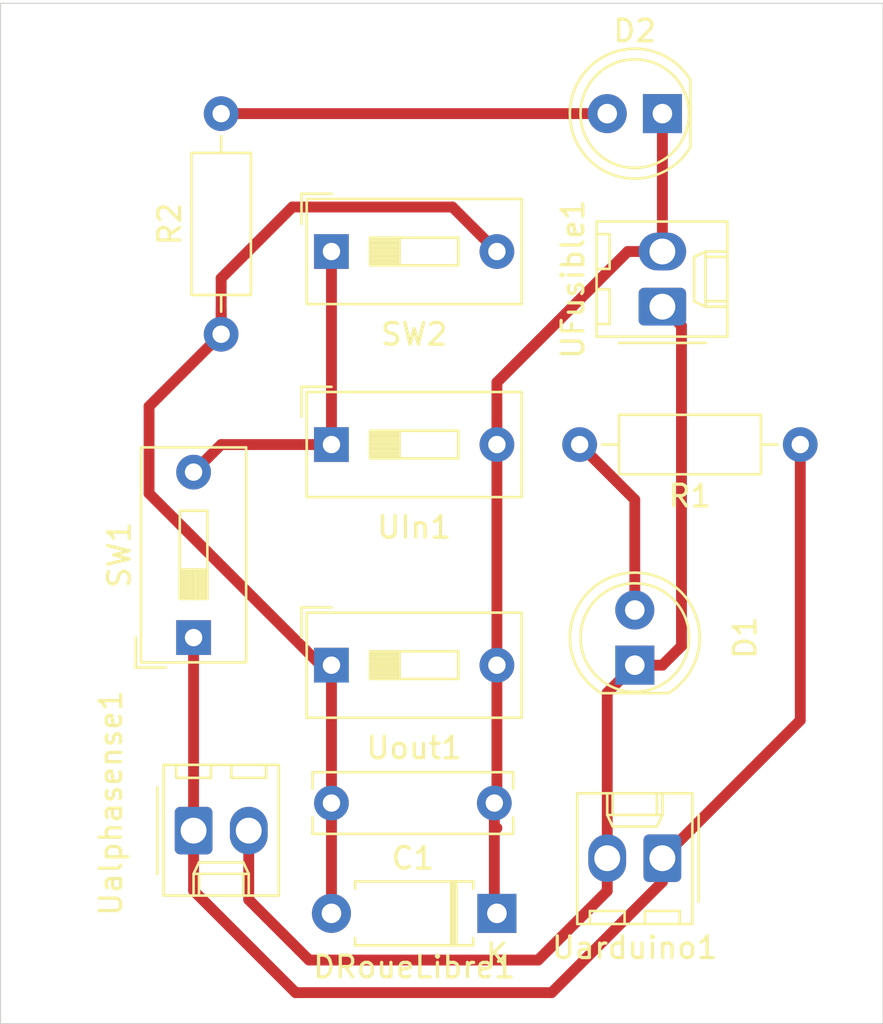
<source format=kicad_pcb>
(kicad_pcb (version 20171130) (host pcbnew "(5.1.10)-1")

  (general
    (thickness 1.6)
    (drawings 6)
    (tracks 51)
    (zones 0)
    (modules 17)
    (nets 8)
  )

  (page A4)
  (layers
    (0 F.Cu signal)
    (31 B.Cu signal)
    (32 B.Adhes user hide)
    (33 F.Adhes user hide)
    (34 B.Paste user hide)
    (35 F.Paste user hide)
    (36 B.SilkS user hide)
    (37 F.SilkS user)
    (38 B.Mask user hide)
    (39 F.Mask user hide)
    (40 Dwgs.User user hide)
    (41 Cmts.User user hide)
    (42 Eco1.User user hide)
    (43 Eco2.User user hide)
    (44 Edge.Cuts user)
    (45 Margin user hide)
    (46 B.CrtYd user hide)
    (47 F.CrtYd user hide)
    (48 B.Fab user hide)
    (49 F.Fab user hide)
  )

  (setup
    (last_trace_width 0.5)
    (trace_clearance 1)
    (zone_clearance 0.508)
    (zone_45_only no)
    (trace_min 0.2)
    (via_size 1)
    (via_drill 0.4)
    (via_min_size 0.4)
    (via_min_drill 0.3)
    (uvia_size 0.3)
    (uvia_drill 0.1)
    (uvias_allowed no)
    (uvia_min_size 0.2)
    (uvia_min_drill 0.1)
    (edge_width 0.05)
    (segment_width 0.2)
    (pcb_text_width 0.3)
    (pcb_text_size 1.5 1.5)
    (mod_edge_width 0.12)
    (mod_text_size 1 1)
    (mod_text_width 0.15)
    (pad_size 1.524 1.524)
    (pad_drill 0.762)
    (pad_to_mask_clearance 0)
    (aux_axis_origin 82.55 133.35)
    (grid_origin 82.55 133.35)
    (visible_elements 7FFFFFFF)
    (pcbplotparams
      (layerselection 0x010f0_ffffffff)
      (usegerberextensions true)
      (usegerberattributes true)
      (usegerberadvancedattributes true)
      (creategerberjobfile true)
      (excludeedgelayer true)
      (linewidth 0.100000)
      (plotframeref false)
      (viasonmask false)
      (mode 1)
      (useauxorigin false)
      (hpglpennumber 1)
      (hpglpenspeed 20)
      (hpglpendiameter 15.000000)
      (psnegative false)
      (psa4output false)
      (plotreference true)
      (plotvalue true)
      (plotinvisibletext false)
      (padsonsilk false)
      (subtractmaskfromsilk false)
      (outputformat 4)
      (mirror false)
      (drillshape 0)
      (scaleselection 1)
      (outputdirectory "pdf"))
  )

  (net 0 "")
  (net 1 "Net-(C1-Pad1)")
  (net 2 "Net-(C1-Pad2)")
  (net 3 "Net-(D1-Pad2)")
  (net 4 "Net-(D1-Pad1)")
  (net 5 "Net-(D2-Pad2)")
  (net 6 "Net-(R1-Pad1)")
  (net 7 "Net-(SW1-Pad2)")

  (net_class Default "This is the default net class."
    (clearance 1)
    (trace_width 0.5)
    (via_dia 1)
    (via_drill 0.4)
    (uvia_dia 0.3)
    (uvia_drill 0.1)
    (add_net "Net-(C1-Pad1)")
    (add_net "Net-(C1-Pad2)")
    (add_net "Net-(D1-Pad1)")
    (add_net "Net-(D1-Pad2)")
    (add_net "Net-(D2-Pad2)")
    (add_net "Net-(R1-Pad1)")
    (add_net "Net-(SW1-Pad2)")
  )

  (module MountingHole:MountingHole_2.7mm_M2.5 (layer F.Cu) (tedit 56D1B4CB) (tstamp 60E47128)
    (at 86.36 125.73)
    (descr "Mounting Hole 2.7mm, no annular, M2.5")
    (tags "mounting hole 2.7mm no annular m2.5")
    (attr virtual)
    (fp_text reference "" (at 0 -3.7) (layer F.SilkS)
      (effects (font (size 1 1) (thickness 0.15)))
    )
    (fp_text value MountingHole_2.7mm_M2.5 (at 0 3.7) (layer F.Fab)
      (effects (font (size 1 1) (thickness 0.15)))
    )
    (fp_text user %R (at 0.3 0) (layer F.Fab)
      (effects (font (size 1 1) (thickness 0.15)))
    )
    (fp_circle (center 0 0) (end 2.7 0) (layer Cmts.User) (width 0.15))
    (fp_circle (center 0 0) (end 2.95 0) (layer F.CrtYd) (width 0.05))
    (pad 1 np_thru_hole circle (at 0 0) (size 2.7 2.7) (drill 2.7) (layers *.Cu *.Mask))
  )

  (module MountingHole:MountingHole_2.7mm_M2.5 (layer F.Cu) (tedit 56D1B4CB) (tstamp 60E47104)
    (at 86.36 86.36)
    (descr "Mounting Hole 2.7mm, no annular, M2.5")
    (tags "mounting hole 2.7mm no annular m2.5")
    (attr virtual)
    (fp_text reference "" (at 0 -3.7) (layer F.SilkS)
      (effects (font (size 1 1) (thickness 0.15)))
    )
    (fp_text value MountingHole_2.7mm_M2.5 (at 0 3.7) (layer F.Fab)
      (effects (font (size 1 1) (thickness 0.15)))
    )
    (fp_text user %R (at 0.3 0) (layer F.Fab)
      (effects (font (size 1 1) (thickness 0.15)))
    )
    (fp_circle (center 0 0) (end 2.7 0) (layer Cmts.User) (width 0.15))
    (fp_circle (center 0 0) (end 2.95 0) (layer F.CrtYd) (width 0.05))
    (pad 1 np_thru_hole circle (at 0 0) (size 2.7 2.7) (drill 2.7) (layers *.Cu *.Mask))
  )

  (module MountingHole:MountingHole_2.7mm_M2.5 (layer F.Cu) (tedit 56D1B4CB) (tstamp 60E470B4)
    (at 119.38 125.73)
    (descr "Mounting Hole 2.7mm, no annular, M2.5")
    (tags "mounting hole 2.7mm no annular m2.5")
    (attr virtual)
    (fp_text reference "" (at 0 -3.7) (layer F.SilkS)
      (effects (font (size 1 1) (thickness 0.15)))
    )
    (fp_text value MountingHole_2.7mm_M2.5 (at 0 3.7) (layer F.Fab)
      (effects (font (size 1 1) (thickness 0.15)))
    )
    (fp_text user %R (at 0.3 0) (layer F.Fab)
      (effects (font (size 1 1) (thickness 0.15)))
    )
    (fp_circle (center 0 0) (end 2.7 0) (layer Cmts.User) (width 0.15))
    (fp_circle (center 0 0) (end 2.95 0) (layer F.CrtYd) (width 0.05))
    (pad 1 np_thru_hole circle (at 0 0) (size 2.7 2.7) (drill 2.7) (layers *.Cu *.Mask))
  )

  (module MountingHole:MountingHole_2.7mm_M2.5 (layer F.Cu) (tedit 56D1B4CB) (tstamp 60E47090)
    (at 119.38 86.36)
    (descr "Mounting Hole 2.7mm, no annular, M2.5")
    (tags "mounting hole 2.7mm no annular m2.5")
    (attr virtual)
    (fp_text reference "" (at 0 -3.7) (layer F.SilkS)
      (effects (font (size 1 1) (thickness 0.15)))
    )
    (fp_text value MountingHole_2.7mm_M2.5 (at 0 3.7) (layer F.Fab)
      (effects (font (size 1 1) (thickness 0.15)))
    )
    (fp_text user %R (at 0.3 0) (layer F.Fab)
      (effects (font (size 1 1) (thickness 0.15)))
    )
    (fp_circle (center 0 0) (end 2.7 0) (layer Cmts.User) (width 0.15))
    (fp_circle (center 0 0) (end 2.95 0) (layer F.CrtYd) (width 0.05))
    (pad 1 np_thru_hole circle (at 0 0) (size 2.7 2.7) (drill 2.7) (layers *.Cu *.Mask))
  )

  (module Button_Switch_THT:SW_DIP_SPSTx01_Slide_9.78x4.72mm_W7.62mm_P2.54mm (layer F.Cu) (tedit 5A4E1404) (tstamp 60E49696)
    (at 91.44 111.76 90)
    (descr "1x-dip-switch SPST , Slide, row spacing 7.62 mm (300 mils), body size 9.78x4.72mm (see e.g. https://www.ctscorp.com/wp-content/uploads/206-208.pdf)")
    (tags "DIP Switch SPST Slide 7.62mm 300mil")
    (path /60E42BF5)
    (fp_text reference SW1 (at 3.81 -3.42 90) (layer F.SilkS)
      (effects (font (size 1 1) (thickness 0.15)))
    )
    (fp_text value SW_DIP_x01 (at 3.81 3.42 90) (layer F.Fab)
      (effects (font (size 1 1) (thickness 0.15)))
    )
    (fp_line (start -0.08 -2.36) (end 8.7 -2.36) (layer F.Fab) (width 0.1))
    (fp_line (start 8.7 -2.36) (end 8.7 2.36) (layer F.Fab) (width 0.1))
    (fp_line (start 8.7 2.36) (end -1.08 2.36) (layer F.Fab) (width 0.1))
    (fp_line (start -1.08 2.36) (end -1.08 -1.36) (layer F.Fab) (width 0.1))
    (fp_line (start -1.08 -1.36) (end -0.08 -2.36) (layer F.Fab) (width 0.1))
    (fp_line (start 1.78 -0.635) (end 1.78 0.635) (layer F.Fab) (width 0.1))
    (fp_line (start 1.78 0.635) (end 5.84 0.635) (layer F.Fab) (width 0.1))
    (fp_line (start 5.84 0.635) (end 5.84 -0.635) (layer F.Fab) (width 0.1))
    (fp_line (start 5.84 -0.635) (end 1.78 -0.635) (layer F.Fab) (width 0.1))
    (fp_line (start 1.78 -0.535) (end 3.133333 -0.535) (layer F.Fab) (width 0.1))
    (fp_line (start 1.78 -0.435) (end 3.133333 -0.435) (layer F.Fab) (width 0.1))
    (fp_line (start 1.78 -0.335) (end 3.133333 -0.335) (layer F.Fab) (width 0.1))
    (fp_line (start 1.78 -0.235) (end 3.133333 -0.235) (layer F.Fab) (width 0.1))
    (fp_line (start 1.78 -0.135) (end 3.133333 -0.135) (layer F.Fab) (width 0.1))
    (fp_line (start 1.78 -0.035) (end 3.133333 -0.035) (layer F.Fab) (width 0.1))
    (fp_line (start 1.78 0.065) (end 3.133333 0.065) (layer F.Fab) (width 0.1))
    (fp_line (start 1.78 0.165) (end 3.133333 0.165) (layer F.Fab) (width 0.1))
    (fp_line (start 1.78 0.265) (end 3.133333 0.265) (layer F.Fab) (width 0.1))
    (fp_line (start 1.78 0.365) (end 3.133333 0.365) (layer F.Fab) (width 0.1))
    (fp_line (start 1.78 0.465) (end 3.133333 0.465) (layer F.Fab) (width 0.1))
    (fp_line (start 1.78 0.565) (end 3.133333 0.565) (layer F.Fab) (width 0.1))
    (fp_line (start 3.133333 -0.635) (end 3.133333 0.635) (layer F.Fab) (width 0.1))
    (fp_line (start -1.14 -2.42) (end 8.76 -2.42) (layer F.SilkS) (width 0.12))
    (fp_line (start -1.14 2.42) (end 8.76 2.42) (layer F.SilkS) (width 0.12))
    (fp_line (start -1.14 -2.42) (end -1.14 2.42) (layer F.SilkS) (width 0.12))
    (fp_line (start 8.76 -2.42) (end 8.76 2.42) (layer F.SilkS) (width 0.12))
    (fp_line (start -1.38 -2.66) (end 0.004 -2.66) (layer F.SilkS) (width 0.12))
    (fp_line (start -1.38 -2.66) (end -1.38 -1.277) (layer F.SilkS) (width 0.12))
    (fp_line (start 1.78 -0.635) (end 1.78 0.635) (layer F.SilkS) (width 0.12))
    (fp_line (start 1.78 0.635) (end 5.84 0.635) (layer F.SilkS) (width 0.12))
    (fp_line (start 5.84 0.635) (end 5.84 -0.635) (layer F.SilkS) (width 0.12))
    (fp_line (start 5.84 -0.635) (end 1.78 -0.635) (layer F.SilkS) (width 0.12))
    (fp_line (start 1.78 -0.515) (end 3.133333 -0.515) (layer F.SilkS) (width 0.12))
    (fp_line (start 1.78 -0.395) (end 3.133333 -0.395) (layer F.SilkS) (width 0.12))
    (fp_line (start 1.78 -0.275) (end 3.133333 -0.275) (layer F.SilkS) (width 0.12))
    (fp_line (start 1.78 -0.155) (end 3.133333 -0.155) (layer F.SilkS) (width 0.12))
    (fp_line (start 1.78 -0.035) (end 3.133333 -0.035) (layer F.SilkS) (width 0.12))
    (fp_line (start 1.78 0.085) (end 3.133333 0.085) (layer F.SilkS) (width 0.12))
    (fp_line (start 1.78 0.205) (end 3.133333 0.205) (layer F.SilkS) (width 0.12))
    (fp_line (start 1.78 0.325) (end 3.133333 0.325) (layer F.SilkS) (width 0.12))
    (fp_line (start 1.78 0.445) (end 3.133333 0.445) (layer F.SilkS) (width 0.12))
    (fp_line (start 1.78 0.565) (end 3.133333 0.565) (layer F.SilkS) (width 0.12))
    (fp_line (start 3.133333 -0.635) (end 3.133333 0.635) (layer F.SilkS) (width 0.12))
    (fp_line (start -1.35 -2.7) (end -1.35 2.7) (layer F.CrtYd) (width 0.05))
    (fp_line (start -1.35 2.7) (end 8.95 2.7) (layer F.CrtYd) (width 0.05))
    (fp_line (start 8.95 2.7) (end 8.95 -2.7) (layer F.CrtYd) (width 0.05))
    (fp_line (start 8.95 -2.7) (end -1.35 -2.7) (layer F.CrtYd) (width 0.05))
    (fp_text user %R (at 7.27 0) (layer F.Fab)
      (effects (font (size 0.6 0.6) (thickness 0.09)))
    )
    (fp_text user on (at 5.365 -1.4975 90) (layer F.Fab)
      (effects (font (size 0.6 0.6) (thickness 0.09)))
    )
    (pad 1 thru_hole rect (at 0 0 90) (size 1.6 1.6) (drill 0.8) (layers *.Cu *.Mask)
      (net 6 "Net-(R1-Pad1)"))
    (pad 2 thru_hole oval (at 7.62 0 90) (size 1.6 1.6) (drill 0.8) (layers *.Cu *.Mask)
      (net 7 "Net-(SW1-Pad2)"))
    (model ${KISYS3DMOD}/Button_Switch_THT.3dshapes/SW_DIP_SPSTx01_Slide_9.78x4.72mm_W7.62mm_P2.54mm.wrl
      (at (xyz 0 0 0))
      (scale (xyz 1 1 1))
      (rotate (xyz 0 0 90))
    )
  )

  (module LED_THT:LED_D5.0mm_IRGrey (layer F.Cu) (tedit 5A6C9BB8) (tstamp 60E49600)
    (at 111.76 113.03 90)
    (descr "LED, diameter 5.0mm, 2 pins, http://cdn-reichelt.de/documents/datenblatt/A500/LL-504BC2E-009.pdf")
    (tags "LED diameter 5.0mm 2 pins")
    (path /60E44EF6)
    (fp_text reference D1 (at 1.27 5.08 90) (layer F.SilkS)
      (effects (font (size 1 1) (thickness 0.15)))
    )
    (fp_text value LED (at 1.27 3.96 90) (layer F.Fab)
      (effects (font (size 1 1) (thickness 0.15)))
    )
    (fp_circle (center 1.27 0) (end 3.77 0) (layer F.SilkS) (width 0.12))
    (fp_circle (center 1.27 0) (end 3.77 0) (layer F.Fab) (width 0.1))
    (fp_line (start 4.5 -3.25) (end -1.95 -3.25) (layer F.CrtYd) (width 0.05))
    (fp_line (start 4.5 3.25) (end 4.5 -3.25) (layer F.CrtYd) (width 0.05))
    (fp_line (start -1.95 3.25) (end 4.5 3.25) (layer F.CrtYd) (width 0.05))
    (fp_line (start -1.95 -3.25) (end -1.95 3.25) (layer F.CrtYd) (width 0.05))
    (fp_line (start -1.29 -1.545) (end -1.29 1.545) (layer F.SilkS) (width 0.12))
    (fp_line (start -1.23 -1.469694) (end -1.23 1.469694) (layer F.Fab) (width 0.1))
    (fp_arc (start 1.27 0) (end -1.29 1.54483) (angle -148.9) (layer F.SilkS) (width 0.12))
    (fp_arc (start 1.27 0) (end -1.29 -1.54483) (angle 148.9) (layer F.SilkS) (width 0.12))
    (fp_arc (start 1.27 0) (end -1.23 -1.469694) (angle 299.1) (layer F.Fab) (width 0.1))
    (fp_text user %R (at 1.25 0 90) (layer F.Fab)
      (effects (font (size 0.8 0.8) (thickness 0.2)))
    )
    (pad 2 thru_hole circle (at 2.54 0 90) (size 1.8 1.8) (drill 0.9) (layers *.Cu *.Mask)
      (net 3 "Net-(D1-Pad2)"))
    (pad 1 thru_hole rect (at 0 0 90) (size 1.8 1.8) (drill 0.9) (layers *.Cu *.Mask)
      (net 4 "Net-(D1-Pad1)"))
    (model ${KISYS3DMOD}/LED_THT.3dshapes/LED_D5.0mm_IRGrey.wrl
      (at (xyz 0 0 0))
      (scale (xyz 1 1 1))
      (rotate (xyz 0 0 0))
    )
  )

  (module Capacitor_THT:C_Rect_L9.0mm_W2.6mm_P7.50mm_MKT (layer F.Cu) (tedit 5AE50EF0) (tstamp 60E495EE)
    (at 97.79 119.38)
    (descr "C, Rect series, Radial, pin pitch=7.50mm, , length*width=9*2.6mm^2, Capacitor, https://en.tdk.eu/inf/20/20/db/fc_2009/MKT_B32560_564.pdf")
    (tags "C Rect series Radial pin pitch 7.50mm  length 9mm width 2.6mm Capacitor")
    (path /60E4E535)
    (fp_text reference C1 (at 3.75 2.54) (layer F.SilkS)
      (effects (font (size 1 1) (thickness 0.15)))
    )
    (fp_text value 100n (at 3.75 2.55) (layer F.Fab)
      (effects (font (size 1 1) (thickness 0.15)))
    )
    (fp_line (start -0.75 -1.3) (end -0.75 1.3) (layer F.Fab) (width 0.1))
    (fp_line (start -0.75 1.3) (end 8.25 1.3) (layer F.Fab) (width 0.1))
    (fp_line (start 8.25 1.3) (end 8.25 -1.3) (layer F.Fab) (width 0.1))
    (fp_line (start 8.25 -1.3) (end -0.75 -1.3) (layer F.Fab) (width 0.1))
    (fp_line (start -0.87 -1.42) (end 8.37 -1.42) (layer F.SilkS) (width 0.12))
    (fp_line (start -0.87 1.42) (end 8.37 1.42) (layer F.SilkS) (width 0.12))
    (fp_line (start -0.87 -1.42) (end -0.87 -0.665) (layer F.SilkS) (width 0.12))
    (fp_line (start -0.87 0.665) (end -0.87 1.42) (layer F.SilkS) (width 0.12))
    (fp_line (start 8.37 -1.42) (end 8.37 -0.665) (layer F.SilkS) (width 0.12))
    (fp_line (start 8.37 0.665) (end 8.37 1.42) (layer F.SilkS) (width 0.12))
    (fp_line (start -1.05 -1.55) (end -1.05 1.55) (layer F.CrtYd) (width 0.05))
    (fp_line (start -1.05 1.55) (end 8.55 1.55) (layer F.CrtYd) (width 0.05))
    (fp_line (start 8.55 1.55) (end 8.55 -1.55) (layer F.CrtYd) (width 0.05))
    (fp_line (start 8.55 -1.55) (end -1.05 -1.55) (layer F.CrtYd) (width 0.05))
    (fp_text user %R (at 3.75 0.284999) (layer F.Fab)
      (effects (font (size 1 1) (thickness 0.15)))
    )
    (pad 1 thru_hole circle (at 0 0) (size 1.6 1.6) (drill 0.8) (layers *.Cu *.Mask)
      (net 1 "Net-(C1-Pad1)"))
    (pad 2 thru_hole circle (at 7.5 0) (size 1.6 1.6) (drill 0.8) (layers *.Cu *.Mask)
      (net 2 "Net-(C1-Pad2)"))
    (model ${KISYS3DMOD}/Capacitor_THT.3dshapes/C_Rect_L9.0mm_W2.6mm_P7.50mm_MKT.wrl
      (at (xyz 0 0 0))
      (scale (xyz 1 1 1))
      (rotate (xyz 0 0 0))
    )
  )

  (module LED_THT:LED_D5.0mm_IRGrey (layer F.Cu) (tedit 5A6C9BB8) (tstamp 60E49612)
    (at 113.03 87.63 180)
    (descr "LED, diameter 5.0mm, 2 pins, http://cdn-reichelt.de/documents/datenblatt/A500/LL-504BC2E-009.pdf")
    (tags "LED diameter 5.0mm 2 pins")
    (path /60E448EE)
    (fp_text reference D2 (at 1.27 3.81) (layer F.SilkS)
      (effects (font (size 1 1) (thickness 0.15)))
    )
    (fp_text value LED (at 1.27 3.96) (layer F.Fab)
      (effects (font (size 1 1) (thickness 0.15)))
    )
    (fp_line (start -1.23 -1.469694) (end -1.23 1.469694) (layer F.Fab) (width 0.1))
    (fp_line (start -1.29 -1.545) (end -1.29 1.545) (layer F.SilkS) (width 0.12))
    (fp_line (start -1.95 -3.25) (end -1.95 3.25) (layer F.CrtYd) (width 0.05))
    (fp_line (start -1.95 3.25) (end 4.5 3.25) (layer F.CrtYd) (width 0.05))
    (fp_line (start 4.5 3.25) (end 4.5 -3.25) (layer F.CrtYd) (width 0.05))
    (fp_line (start 4.5 -3.25) (end -1.95 -3.25) (layer F.CrtYd) (width 0.05))
    (fp_circle (center 1.27 0) (end 3.77 0) (layer F.Fab) (width 0.1))
    (fp_circle (center 1.27 0) (end 3.77 0) (layer F.SilkS) (width 0.12))
    (fp_text user %R (at 1.25 0) (layer F.Fab)
      (effects (font (size 0.8 0.8) (thickness 0.2)))
    )
    (fp_arc (start 1.27 0) (end -1.23 -1.469694) (angle 299.1) (layer F.Fab) (width 0.1))
    (fp_arc (start 1.27 0) (end -1.29 -1.54483) (angle 148.9) (layer F.SilkS) (width 0.12))
    (fp_arc (start 1.27 0) (end -1.29 1.54483) (angle -148.9) (layer F.SilkS) (width 0.12))
    (pad 1 thru_hole rect (at 0 0 180) (size 1.8 1.8) (drill 0.9) (layers *.Cu *.Mask)
      (net 2 "Net-(C1-Pad2)"))
    (pad 2 thru_hole circle (at 2.54 0 180) (size 1.8 1.8) (drill 0.9) (layers *.Cu *.Mask)
      (net 5 "Net-(D2-Pad2)"))
    (model ${KISYS3DMOD}/LED_THT.3dshapes/LED_D5.0mm_IRGrey.wrl
      (at (xyz 0 0 0))
      (scale (xyz 1 1 1))
      (rotate (xyz 0 0 0))
    )
  )

  (module Diode_THT:D_A-405_P7.62mm_Horizontal (layer F.Cu) (tedit 5AE50CD5) (tstamp 60E49631)
    (at 105.41 124.46 180)
    (descr "Diode, A-405 series, Axial, Horizontal, pin pitch=7.62mm, , length*diameter=5.2*2.7mm^2, , http://www.diodes.com/_files/packages/A-405.pdf")
    (tags "Diode A-405 series Axial Horizontal pin pitch 7.62mm  length 5.2mm diameter 2.7mm")
    (path /60E4D7B0)
    (fp_text reference DRoueLibre1 (at 3.81 -2.47) (layer F.SilkS)
      (effects (font (size 1 1) (thickness 0.15)))
    )
    (fp_text value DIODE (at 3.81 2.47) (layer F.Fab)
      (effects (font (size 1 1) (thickness 0.15)))
    )
    (fp_line (start 1.21 -1.35) (end 1.21 1.35) (layer F.Fab) (width 0.1))
    (fp_line (start 1.21 1.35) (end 6.41 1.35) (layer F.Fab) (width 0.1))
    (fp_line (start 6.41 1.35) (end 6.41 -1.35) (layer F.Fab) (width 0.1))
    (fp_line (start 6.41 -1.35) (end 1.21 -1.35) (layer F.Fab) (width 0.1))
    (fp_line (start 0 0) (end 1.21 0) (layer F.Fab) (width 0.1))
    (fp_line (start 7.62 0) (end 6.41 0) (layer F.Fab) (width 0.1))
    (fp_line (start 1.99 -1.35) (end 1.99 1.35) (layer F.Fab) (width 0.1))
    (fp_line (start 2.09 -1.35) (end 2.09 1.35) (layer F.Fab) (width 0.1))
    (fp_line (start 1.89 -1.35) (end 1.89 1.35) (layer F.Fab) (width 0.1))
    (fp_line (start 1.09 -1.14) (end 1.09 -1.47) (layer F.SilkS) (width 0.12))
    (fp_line (start 1.09 -1.47) (end 6.53 -1.47) (layer F.SilkS) (width 0.12))
    (fp_line (start 6.53 -1.47) (end 6.53 -1.14) (layer F.SilkS) (width 0.12))
    (fp_line (start 1.09 1.14) (end 1.09 1.47) (layer F.SilkS) (width 0.12))
    (fp_line (start 1.09 1.47) (end 6.53 1.47) (layer F.SilkS) (width 0.12))
    (fp_line (start 6.53 1.47) (end 6.53 1.14) (layer F.SilkS) (width 0.12))
    (fp_line (start 1.99 -1.47) (end 1.99 1.47) (layer F.SilkS) (width 0.12))
    (fp_line (start 2.11 -1.47) (end 2.11 1.47) (layer F.SilkS) (width 0.12))
    (fp_line (start 1.87 -1.47) (end 1.87 1.47) (layer F.SilkS) (width 0.12))
    (fp_line (start -1.15 -1.6) (end -1.15 1.6) (layer F.CrtYd) (width 0.05))
    (fp_line (start -1.15 1.6) (end 8.77 1.6) (layer F.CrtYd) (width 0.05))
    (fp_line (start 8.77 1.6) (end 8.77 -1.6) (layer F.CrtYd) (width 0.05))
    (fp_line (start 8.77 -1.6) (end -1.15 -1.6) (layer F.CrtYd) (width 0.05))
    (fp_text user %R (at 3.81 0) (layer F.Fab)
      (effects (font (size 1 1) (thickness 0.15)))
    )
    (fp_text user K (at 0 -1.9) (layer F.Fab)
      (effects (font (size 1 1) (thickness 0.15)))
    )
    (fp_text user K (at 0 -1.9) (layer F.SilkS)
      (effects (font (size 1 1) (thickness 0.15)))
    )
    (pad 1 thru_hole rect (at 0 0 180) (size 1.8 1.8) (drill 0.9) (layers *.Cu *.Mask)
      (net 2 "Net-(C1-Pad2)"))
    (pad 2 thru_hole oval (at 7.62 0 180) (size 1.8 1.8) (drill 0.9) (layers *.Cu *.Mask)
      (net 1 "Net-(C1-Pad1)"))
    (model ${KISYS3DMOD}/Diode_THT.3dshapes/D_A-405_P7.62mm_Horizontal.wrl
      (at (xyz 0 0 0))
      (scale (xyz 1 1 1))
      (rotate (xyz 0 0 0))
    )
  )

  (module Resistor_THT:R_Axial_DIN0207_L6.3mm_D2.5mm_P10.16mm_Horizontal (layer F.Cu) (tedit 5AE5139B) (tstamp 60E49648)
    (at 119.38 102.87 180)
    (descr "Resistor, Axial_DIN0207 series, Axial, Horizontal, pin pitch=10.16mm, 0.25W = 1/4W, length*diameter=6.3*2.5mm^2, http://cdn-reichelt.de/documents/datenblatt/B400/1_4W%23YAG.pdf")
    (tags "Resistor Axial_DIN0207 series Axial Horizontal pin pitch 10.16mm 0.25W = 1/4W length 6.3mm diameter 2.5mm")
    (path /60E45EAD)
    (fp_text reference R1 (at 5.08 -2.37) (layer F.SilkS)
      (effects (font (size 1 1) (thickness 0.15)))
    )
    (fp_text value 500 (at 5.08 2.37) (layer F.Fab)
      (effects (font (size 1 1) (thickness 0.15)))
    )
    (fp_line (start 1.93 -1.25) (end 1.93 1.25) (layer F.Fab) (width 0.1))
    (fp_line (start 1.93 1.25) (end 8.23 1.25) (layer F.Fab) (width 0.1))
    (fp_line (start 8.23 1.25) (end 8.23 -1.25) (layer F.Fab) (width 0.1))
    (fp_line (start 8.23 -1.25) (end 1.93 -1.25) (layer F.Fab) (width 0.1))
    (fp_line (start 0 0) (end 1.93 0) (layer F.Fab) (width 0.1))
    (fp_line (start 10.16 0) (end 8.23 0) (layer F.Fab) (width 0.1))
    (fp_line (start 1.81 -1.37) (end 1.81 1.37) (layer F.SilkS) (width 0.12))
    (fp_line (start 1.81 1.37) (end 8.35 1.37) (layer F.SilkS) (width 0.12))
    (fp_line (start 8.35 1.37) (end 8.35 -1.37) (layer F.SilkS) (width 0.12))
    (fp_line (start 8.35 -1.37) (end 1.81 -1.37) (layer F.SilkS) (width 0.12))
    (fp_line (start 1.04 0) (end 1.81 0) (layer F.SilkS) (width 0.12))
    (fp_line (start 9.12 0) (end 8.35 0) (layer F.SilkS) (width 0.12))
    (fp_line (start -1.05 -1.5) (end -1.05 1.5) (layer F.CrtYd) (width 0.05))
    (fp_line (start -1.05 1.5) (end 11.21 1.5) (layer F.CrtYd) (width 0.05))
    (fp_line (start 11.21 1.5) (end 11.21 -1.5) (layer F.CrtYd) (width 0.05))
    (fp_line (start 11.21 -1.5) (end -1.05 -1.5) (layer F.CrtYd) (width 0.05))
    (fp_text user %R (at 5.08 0) (layer F.Fab)
      (effects (font (size 1 1) (thickness 0.15)))
    )
    (pad 1 thru_hole circle (at 0 0 180) (size 1.6 1.6) (drill 0.8) (layers *.Cu *.Mask)
      (net 6 "Net-(R1-Pad1)"))
    (pad 2 thru_hole oval (at 10.16 0 180) (size 1.6 1.6) (drill 0.8) (layers *.Cu *.Mask)
      (net 3 "Net-(D1-Pad2)"))
    (model ${KISYS3DMOD}/Resistor_THT.3dshapes/R_Axial_DIN0207_L6.3mm_D2.5mm_P10.16mm_Horizontal.wrl
      (at (xyz 0 0 0))
      (scale (xyz 1 1 1))
      (rotate (xyz 0 0 0))
    )
  )

  (module Resistor_THT:R_Axial_DIN0207_L6.3mm_D2.5mm_P10.16mm_Horizontal (layer F.Cu) (tedit 5AE5139B) (tstamp 60E4965F)
    (at 92.71 97.79 90)
    (descr "Resistor, Axial_DIN0207 series, Axial, Horizontal, pin pitch=10.16mm, 0.25W = 1/4W, length*diameter=6.3*2.5mm^2, http://cdn-reichelt.de/documents/datenblatt/B400/1_4W%23YAG.pdf")
    (tags "Resistor Axial_DIN0207 series Axial Horizontal pin pitch 10.16mm 0.25W = 1/4W length 6.3mm diameter 2.5mm")
    (path /60E46AE4)
    (fp_text reference R2 (at 5.08 -2.37 90) (layer F.SilkS)
      (effects (font (size 1 1) (thickness 0.15)))
    )
    (fp_text value 500 (at 5.08 2.37 90) (layer F.Fab)
      (effects (font (size 1 1) (thickness 0.15)))
    )
    (fp_line (start 11.21 -1.5) (end -1.05 -1.5) (layer F.CrtYd) (width 0.05))
    (fp_line (start 11.21 1.5) (end 11.21 -1.5) (layer F.CrtYd) (width 0.05))
    (fp_line (start -1.05 1.5) (end 11.21 1.5) (layer F.CrtYd) (width 0.05))
    (fp_line (start -1.05 -1.5) (end -1.05 1.5) (layer F.CrtYd) (width 0.05))
    (fp_line (start 9.12 0) (end 8.35 0) (layer F.SilkS) (width 0.12))
    (fp_line (start 1.04 0) (end 1.81 0) (layer F.SilkS) (width 0.12))
    (fp_line (start 8.35 -1.37) (end 1.81 -1.37) (layer F.SilkS) (width 0.12))
    (fp_line (start 8.35 1.37) (end 8.35 -1.37) (layer F.SilkS) (width 0.12))
    (fp_line (start 1.81 1.37) (end 8.35 1.37) (layer F.SilkS) (width 0.12))
    (fp_line (start 1.81 -1.37) (end 1.81 1.37) (layer F.SilkS) (width 0.12))
    (fp_line (start 10.16 0) (end 8.23 0) (layer F.Fab) (width 0.1))
    (fp_line (start 0 0) (end 1.93 0) (layer F.Fab) (width 0.1))
    (fp_line (start 8.23 -1.25) (end 1.93 -1.25) (layer F.Fab) (width 0.1))
    (fp_line (start 8.23 1.25) (end 8.23 -1.25) (layer F.Fab) (width 0.1))
    (fp_line (start 1.93 1.25) (end 8.23 1.25) (layer F.Fab) (width 0.1))
    (fp_line (start 1.93 -1.25) (end 1.93 1.25) (layer F.Fab) (width 0.1))
    (fp_text user %R (at 5.08 0 90) (layer F.Fab)
      (effects (font (size 1 1) (thickness 0.15)))
    )
    (pad 2 thru_hole oval (at 10.16 0 90) (size 1.6 1.6) (drill 0.8) (layers *.Cu *.Mask)
      (net 5 "Net-(D2-Pad2)"))
    (pad 1 thru_hole circle (at 0 0 90) (size 1.6 1.6) (drill 0.8) (layers *.Cu *.Mask)
      (net 1 "Net-(C1-Pad1)"))
    (model ${KISYS3DMOD}/Resistor_THT.3dshapes/R_Axial_DIN0207_L6.3mm_D2.5mm_P10.16mm_Horizontal.wrl
      (at (xyz 0 0 0))
      (scale (xyz 1 1 1))
      (rotate (xyz 0 0 0))
    )
  )

  (module Button_Switch_THT:SW_DIP_SPSTx01_Slide_9.78x4.72mm_W7.62mm_P2.54mm (layer F.Cu) (tedit 5A4E1404) (tstamp 60E496CD)
    (at 97.79 93.98)
    (descr "1x-dip-switch SPST , Slide, row spacing 7.62 mm (300 mils), body size 9.78x4.72mm (see e.g. https://www.ctscorp.com/wp-content/uploads/206-208.pdf)")
    (tags "DIP Switch SPST Slide 7.62mm 300mil")
    (path /60E441AA)
    (fp_text reference SW2 (at 3.81 3.81) (layer F.SilkS)
      (effects (font (size 1 1) (thickness 0.15)))
    )
    (fp_text value SW_DIP_x01 (at 3.81 3.42) (layer F.Fab)
      (effects (font (size 1 1) (thickness 0.15)))
    )
    (fp_line (start 8.95 -2.7) (end -1.35 -2.7) (layer F.CrtYd) (width 0.05))
    (fp_line (start 8.95 2.7) (end 8.95 -2.7) (layer F.CrtYd) (width 0.05))
    (fp_line (start -1.35 2.7) (end 8.95 2.7) (layer F.CrtYd) (width 0.05))
    (fp_line (start -1.35 -2.7) (end -1.35 2.7) (layer F.CrtYd) (width 0.05))
    (fp_line (start 3.133333 -0.635) (end 3.133333 0.635) (layer F.SilkS) (width 0.12))
    (fp_line (start 1.78 0.565) (end 3.133333 0.565) (layer F.SilkS) (width 0.12))
    (fp_line (start 1.78 0.445) (end 3.133333 0.445) (layer F.SilkS) (width 0.12))
    (fp_line (start 1.78 0.325) (end 3.133333 0.325) (layer F.SilkS) (width 0.12))
    (fp_line (start 1.78 0.205) (end 3.133333 0.205) (layer F.SilkS) (width 0.12))
    (fp_line (start 1.78 0.085) (end 3.133333 0.085) (layer F.SilkS) (width 0.12))
    (fp_line (start 1.78 -0.035) (end 3.133333 -0.035) (layer F.SilkS) (width 0.12))
    (fp_line (start 1.78 -0.155) (end 3.133333 -0.155) (layer F.SilkS) (width 0.12))
    (fp_line (start 1.78 -0.275) (end 3.133333 -0.275) (layer F.SilkS) (width 0.12))
    (fp_line (start 1.78 -0.395) (end 3.133333 -0.395) (layer F.SilkS) (width 0.12))
    (fp_line (start 1.78 -0.515) (end 3.133333 -0.515) (layer F.SilkS) (width 0.12))
    (fp_line (start 5.84 -0.635) (end 1.78 -0.635) (layer F.SilkS) (width 0.12))
    (fp_line (start 5.84 0.635) (end 5.84 -0.635) (layer F.SilkS) (width 0.12))
    (fp_line (start 1.78 0.635) (end 5.84 0.635) (layer F.SilkS) (width 0.12))
    (fp_line (start 1.78 -0.635) (end 1.78 0.635) (layer F.SilkS) (width 0.12))
    (fp_line (start -1.38 -2.66) (end -1.38 -1.277) (layer F.SilkS) (width 0.12))
    (fp_line (start -1.38 -2.66) (end 0.004 -2.66) (layer F.SilkS) (width 0.12))
    (fp_line (start 8.76 -2.42) (end 8.76 2.42) (layer F.SilkS) (width 0.12))
    (fp_line (start -1.14 -2.42) (end -1.14 2.42) (layer F.SilkS) (width 0.12))
    (fp_line (start -1.14 2.42) (end 8.76 2.42) (layer F.SilkS) (width 0.12))
    (fp_line (start -1.14 -2.42) (end 8.76 -2.42) (layer F.SilkS) (width 0.12))
    (fp_line (start 3.133333 -0.635) (end 3.133333 0.635) (layer F.Fab) (width 0.1))
    (fp_line (start 1.78 0.565) (end 3.133333 0.565) (layer F.Fab) (width 0.1))
    (fp_line (start 1.78 0.465) (end 3.133333 0.465) (layer F.Fab) (width 0.1))
    (fp_line (start 1.78 0.365) (end 3.133333 0.365) (layer F.Fab) (width 0.1))
    (fp_line (start 1.78 0.265) (end 3.133333 0.265) (layer F.Fab) (width 0.1))
    (fp_line (start 1.78 0.165) (end 3.133333 0.165) (layer F.Fab) (width 0.1))
    (fp_line (start 1.78 0.065) (end 3.133333 0.065) (layer F.Fab) (width 0.1))
    (fp_line (start 1.78 -0.035) (end 3.133333 -0.035) (layer F.Fab) (width 0.1))
    (fp_line (start 1.78 -0.135) (end 3.133333 -0.135) (layer F.Fab) (width 0.1))
    (fp_line (start 1.78 -0.235) (end 3.133333 -0.235) (layer F.Fab) (width 0.1))
    (fp_line (start 1.78 -0.335) (end 3.133333 -0.335) (layer F.Fab) (width 0.1))
    (fp_line (start 1.78 -0.435) (end 3.133333 -0.435) (layer F.Fab) (width 0.1))
    (fp_line (start 1.78 -0.535) (end 3.133333 -0.535) (layer F.Fab) (width 0.1))
    (fp_line (start 5.84 -0.635) (end 1.78 -0.635) (layer F.Fab) (width 0.1))
    (fp_line (start 5.84 0.635) (end 5.84 -0.635) (layer F.Fab) (width 0.1))
    (fp_line (start 1.78 0.635) (end 5.84 0.635) (layer F.Fab) (width 0.1))
    (fp_line (start 1.78 -0.635) (end 1.78 0.635) (layer F.Fab) (width 0.1))
    (fp_line (start -1.08 -1.36) (end -0.08 -2.36) (layer F.Fab) (width 0.1))
    (fp_line (start -1.08 2.36) (end -1.08 -1.36) (layer F.Fab) (width 0.1))
    (fp_line (start 8.7 2.36) (end -1.08 2.36) (layer F.Fab) (width 0.1))
    (fp_line (start 8.7 -2.36) (end 8.7 2.36) (layer F.Fab) (width 0.1))
    (fp_line (start -0.08 -2.36) (end 8.7 -2.36) (layer F.Fab) (width 0.1))
    (fp_text user on (at 5.365 -1.4975) (layer F.Fab)
      (effects (font (size 0.6 0.6) (thickness 0.09)))
    )
    (fp_text user %R (at 7.27 0 90) (layer F.Fab)
      (effects (font (size 0.6 0.6) (thickness 0.09)))
    )
    (pad 2 thru_hole oval (at 7.62 0) (size 1.6 1.6) (drill 0.8) (layers *.Cu *.Mask)
      (net 1 "Net-(C1-Pad1)"))
    (pad 1 thru_hole rect (at 0 0) (size 1.6 1.6) (drill 0.8) (layers *.Cu *.Mask)
      (net 7 "Net-(SW1-Pad2)"))
    (model ${KISYS3DMOD}/Button_Switch_THT.3dshapes/SW_DIP_SPSTx01_Slide_9.78x4.72mm_W7.62mm_P2.54mm.wrl
      (at (xyz 0 0 0))
      (scale (xyz 1 1 1))
      (rotate (xyz 0 0 90))
    )
  )

  (module Connector_Molex:Molex_KK-254_AE-6410-02A_1x02_P2.54mm_Vertical (layer F.Cu) (tedit 5EA53D3B) (tstamp 60E496F1)
    (at 91.44 120.65)
    (descr "Molex KK-254 Interconnect System, old/engineering part number: AE-6410-02A example for new part number: 22-27-2021, 2 Pins (http://www.molex.com/pdm_docs/sd/022272021_sd.pdf), generated with kicad-footprint-generator")
    (tags "connector Molex KK-254 vertical")
    (path /60E4BD88)
    (fp_text reference Ualphasense1 (at -3.81 -1.27 90) (layer F.SilkS)
      (effects (font (size 1 1) (thickness 0.15)))
    )
    (fp_text value molex2pin (at 1.27 4.08) (layer F.Fab)
      (effects (font (size 1 1) (thickness 0.15)))
    )
    (fp_line (start -1.27 -2.92) (end -1.27 2.88) (layer F.Fab) (width 0.1))
    (fp_line (start -1.27 2.88) (end 3.81 2.88) (layer F.Fab) (width 0.1))
    (fp_line (start 3.81 2.88) (end 3.81 -2.92) (layer F.Fab) (width 0.1))
    (fp_line (start 3.81 -2.92) (end -1.27 -2.92) (layer F.Fab) (width 0.1))
    (fp_line (start -1.38 -3.03) (end -1.38 2.99) (layer F.SilkS) (width 0.12))
    (fp_line (start -1.38 2.99) (end 3.92 2.99) (layer F.SilkS) (width 0.12))
    (fp_line (start 3.92 2.99) (end 3.92 -3.03) (layer F.SilkS) (width 0.12))
    (fp_line (start 3.92 -3.03) (end -1.38 -3.03) (layer F.SilkS) (width 0.12))
    (fp_line (start -1.67 -2) (end -1.67 2) (layer F.SilkS) (width 0.12))
    (fp_line (start -1.27 -0.5) (end -0.562893 0) (layer F.Fab) (width 0.1))
    (fp_line (start -0.562893 0) (end -1.27 0.5) (layer F.Fab) (width 0.1))
    (fp_line (start 0 2.99) (end 0 1.99) (layer F.SilkS) (width 0.12))
    (fp_line (start 0 1.99) (end 2.54 1.99) (layer F.SilkS) (width 0.12))
    (fp_line (start 2.54 1.99) (end 2.54 2.99) (layer F.SilkS) (width 0.12))
    (fp_line (start 0 1.99) (end 0.25 1.46) (layer F.SilkS) (width 0.12))
    (fp_line (start 0.25 1.46) (end 2.29 1.46) (layer F.SilkS) (width 0.12))
    (fp_line (start 2.29 1.46) (end 2.54 1.99) (layer F.SilkS) (width 0.12))
    (fp_line (start 0.25 2.99) (end 0.25 1.99) (layer F.SilkS) (width 0.12))
    (fp_line (start 2.29 2.99) (end 2.29 1.99) (layer F.SilkS) (width 0.12))
    (fp_line (start -0.8 -3.03) (end -0.8 -2.43) (layer F.SilkS) (width 0.12))
    (fp_line (start -0.8 -2.43) (end 0.8 -2.43) (layer F.SilkS) (width 0.12))
    (fp_line (start 0.8 -2.43) (end 0.8 -3.03) (layer F.SilkS) (width 0.12))
    (fp_line (start 1.74 -3.03) (end 1.74 -2.43) (layer F.SilkS) (width 0.12))
    (fp_line (start 1.74 -2.43) (end 3.34 -2.43) (layer F.SilkS) (width 0.12))
    (fp_line (start 3.34 -2.43) (end 3.34 -3.03) (layer F.SilkS) (width 0.12))
    (fp_line (start -1.77 -3.42) (end -1.77 3.38) (layer F.CrtYd) (width 0.05))
    (fp_line (start -1.77 3.38) (end 4.31 3.38) (layer F.CrtYd) (width 0.05))
    (fp_line (start 4.31 3.38) (end 4.31 -3.42) (layer F.CrtYd) (width 0.05))
    (fp_line (start 4.31 -3.42) (end -1.77 -3.42) (layer F.CrtYd) (width 0.05))
    (pad 1 thru_hole roundrect (at 0 0) (size 1.74 2.19) (drill 1.19) (layers *.Cu *.Mask) (roundrect_rratio 0.1436775862068966)
      (net 6 "Net-(R1-Pad1)"))
    (pad 2 thru_hole oval (at 2.54 0) (size 1.74 2.19) (drill 1.19) (layers *.Cu *.Mask)
      (net 4 "Net-(D1-Pad1)"))
    (model ${KISYS3DMOD}/Connector_Molex.3dshapes/Molex_KK-254_AE-6410-02A_1x02_P2.54mm_Vertical.wrl
      (at (xyz 0 0 0))
      (scale (xyz 1 1 1))
      (rotate (xyz 0 0 0))
    )
  )

  (module Connector_Molex:Molex_KK-254_AE-6410-02A_1x02_P2.54mm_Vertical (layer F.Cu) (tedit 5EA53D3B) (tstamp 60E49715)
    (at 113.03 121.92 180)
    (descr "Molex KK-254 Interconnect System, old/engineering part number: AE-6410-02A example for new part number: 22-27-2021, 2 Pins (http://www.molex.com/pdm_docs/sd/022272021_sd.pdf), generated with kicad-footprint-generator")
    (tags "connector Molex KK-254 vertical")
    (path /60E4B8DB)
    (fp_text reference Uarduino1 (at 1.27 -4.12) (layer F.SilkS)
      (effects (font (size 1 1) (thickness 0.15)))
    )
    (fp_text value molex2pin (at 1.27 4.08) (layer F.Fab)
      (effects (font (size 1 1) (thickness 0.15)))
    )
    (fp_line (start 4.31 -3.42) (end -1.77 -3.42) (layer F.CrtYd) (width 0.05))
    (fp_line (start 4.31 3.38) (end 4.31 -3.42) (layer F.CrtYd) (width 0.05))
    (fp_line (start -1.77 3.38) (end 4.31 3.38) (layer F.CrtYd) (width 0.05))
    (fp_line (start -1.77 -3.42) (end -1.77 3.38) (layer F.CrtYd) (width 0.05))
    (fp_line (start 3.34 -2.43) (end 3.34 -3.03) (layer F.SilkS) (width 0.12))
    (fp_line (start 1.74 -2.43) (end 3.34 -2.43) (layer F.SilkS) (width 0.12))
    (fp_line (start 1.74 -3.03) (end 1.74 -2.43) (layer F.SilkS) (width 0.12))
    (fp_line (start 0.8 -2.43) (end 0.8 -3.03) (layer F.SilkS) (width 0.12))
    (fp_line (start -0.8 -2.43) (end 0.8 -2.43) (layer F.SilkS) (width 0.12))
    (fp_line (start -0.8 -3.03) (end -0.8 -2.43) (layer F.SilkS) (width 0.12))
    (fp_line (start 2.29 2.99) (end 2.29 1.99) (layer F.SilkS) (width 0.12))
    (fp_line (start 0.25 2.99) (end 0.25 1.99) (layer F.SilkS) (width 0.12))
    (fp_line (start 2.29 1.46) (end 2.54 1.99) (layer F.SilkS) (width 0.12))
    (fp_line (start 0.25 1.46) (end 2.29 1.46) (layer F.SilkS) (width 0.12))
    (fp_line (start 0 1.99) (end 0.25 1.46) (layer F.SilkS) (width 0.12))
    (fp_line (start 2.54 1.99) (end 2.54 2.99) (layer F.SilkS) (width 0.12))
    (fp_line (start 0 1.99) (end 2.54 1.99) (layer F.SilkS) (width 0.12))
    (fp_line (start 0 2.99) (end 0 1.99) (layer F.SilkS) (width 0.12))
    (fp_line (start -0.562893 0) (end -1.27 0.5) (layer F.Fab) (width 0.1))
    (fp_line (start -1.27 -0.5) (end -0.562893 0) (layer F.Fab) (width 0.1))
    (fp_line (start -1.67 -2) (end -1.67 2) (layer F.SilkS) (width 0.12))
    (fp_line (start 3.92 -3.03) (end -1.38 -3.03) (layer F.SilkS) (width 0.12))
    (fp_line (start 3.92 2.99) (end 3.92 -3.03) (layer F.SilkS) (width 0.12))
    (fp_line (start -1.38 2.99) (end 3.92 2.99) (layer F.SilkS) (width 0.12))
    (fp_line (start -1.38 -3.03) (end -1.38 2.99) (layer F.SilkS) (width 0.12))
    (fp_line (start 3.81 -2.92) (end -1.27 -2.92) (layer F.Fab) (width 0.1))
    (fp_line (start 3.81 2.88) (end 3.81 -2.92) (layer F.Fab) (width 0.1))
    (fp_line (start -1.27 2.88) (end 3.81 2.88) (layer F.Fab) (width 0.1))
    (fp_line (start -1.27 -2.92) (end -1.27 2.88) (layer F.Fab) (width 0.1))
    (fp_text user %R (at 1.27 -2.22) (layer F.Fab)
      (effects (font (size 1 1) (thickness 0.15)))
    )
    (pad 2 thru_hole oval (at 2.54 0 180) (size 1.74 2.19) (drill 1.19) (layers *.Cu *.Mask)
      (net 4 "Net-(D1-Pad1)"))
    (pad 1 thru_hole roundrect (at 0 0 180) (size 1.74 2.19) (drill 1.19) (layers *.Cu *.Mask) (roundrect_rratio 0.1436775862068966)
      (net 6 "Net-(R1-Pad1)"))
    (model ${KISYS3DMOD}/Connector_Molex.3dshapes/Molex_KK-254_AE-6410-02A_1x02_P2.54mm_Vertical.wrl
      (at (xyz 0 0 0))
      (scale (xyz 1 1 1))
      (rotate (xyz 0 0 0))
    )
  )

  (module Connector_Molex:Molex_KK-254_AE-6410-02A_1x02_P2.54mm_Vertical (layer F.Cu) (tedit 5EA53D3B) (tstamp 60E49739)
    (at 113.03 96.52 90)
    (descr "Molex KK-254 Interconnect System, old/engineering part number: AE-6410-02A example for new part number: 22-27-2021, 2 Pins (http://www.molex.com/pdm_docs/sd/022272021_sd.pdf), generated with kicad-footprint-generator")
    (tags "connector Molex KK-254 vertical")
    (path /60E4AA02)
    (fp_text reference UFusible1 (at 1.27 -4.12 90) (layer F.SilkS)
      (effects (font (size 1 1) (thickness 0.15)))
    )
    (fp_text value molex2pin (at 1.27 4.08 90) (layer F.Fab)
      (effects (font (size 1 1) (thickness 0.15)))
    )
    (fp_line (start -1.27 -2.92) (end -1.27 2.88) (layer F.Fab) (width 0.1))
    (fp_line (start -1.27 2.88) (end 3.81 2.88) (layer F.Fab) (width 0.1))
    (fp_line (start 3.81 2.88) (end 3.81 -2.92) (layer F.Fab) (width 0.1))
    (fp_line (start 3.81 -2.92) (end -1.27 -2.92) (layer F.Fab) (width 0.1))
    (fp_line (start -1.38 -3.03) (end -1.38 2.99) (layer F.SilkS) (width 0.12))
    (fp_line (start -1.38 2.99) (end 3.92 2.99) (layer F.SilkS) (width 0.12))
    (fp_line (start 3.92 2.99) (end 3.92 -3.03) (layer F.SilkS) (width 0.12))
    (fp_line (start 3.92 -3.03) (end -1.38 -3.03) (layer F.SilkS) (width 0.12))
    (fp_line (start -1.67 -2) (end -1.67 2) (layer F.SilkS) (width 0.12))
    (fp_line (start -1.27 -0.5) (end -0.562893 0) (layer F.Fab) (width 0.1))
    (fp_line (start -0.562893 0) (end -1.27 0.5) (layer F.Fab) (width 0.1))
    (fp_line (start 0 2.99) (end 0 1.99) (layer F.SilkS) (width 0.12))
    (fp_line (start 0 1.99) (end 2.54 1.99) (layer F.SilkS) (width 0.12))
    (fp_line (start 2.54 1.99) (end 2.54 2.99) (layer F.SilkS) (width 0.12))
    (fp_line (start 0 1.99) (end 0.25 1.46) (layer F.SilkS) (width 0.12))
    (fp_line (start 0.25 1.46) (end 2.29 1.46) (layer F.SilkS) (width 0.12))
    (fp_line (start 2.29 1.46) (end 2.54 1.99) (layer F.SilkS) (width 0.12))
    (fp_line (start 0.25 2.99) (end 0.25 1.99) (layer F.SilkS) (width 0.12))
    (fp_line (start 2.29 2.99) (end 2.29 1.99) (layer F.SilkS) (width 0.12))
    (fp_line (start -0.8 -3.03) (end -0.8 -2.43) (layer F.SilkS) (width 0.12))
    (fp_line (start -0.8 -2.43) (end 0.8 -2.43) (layer F.SilkS) (width 0.12))
    (fp_line (start 0.8 -2.43) (end 0.8 -3.03) (layer F.SilkS) (width 0.12))
    (fp_line (start 1.74 -3.03) (end 1.74 -2.43) (layer F.SilkS) (width 0.12))
    (fp_line (start 1.74 -2.43) (end 3.34 -2.43) (layer F.SilkS) (width 0.12))
    (fp_line (start 3.34 -2.43) (end 3.34 -3.03) (layer F.SilkS) (width 0.12))
    (fp_line (start -1.77 -3.42) (end -1.77 3.38) (layer F.CrtYd) (width 0.05))
    (fp_line (start -1.77 3.38) (end 4.31 3.38) (layer F.CrtYd) (width 0.05))
    (fp_line (start 4.31 3.38) (end 4.31 -3.42) (layer F.CrtYd) (width 0.05))
    (fp_line (start 4.31 -3.42) (end -1.77 -3.42) (layer F.CrtYd) (width 0.05))
    (fp_text user %R (at 1.27 -2.22 90) (layer F.Fab)
      (effects (font (size 1 1) (thickness 0.15)))
    )
    (pad 1 thru_hole roundrect (at 0 0 90) (size 1.74 2.19) (drill 1.19) (layers *.Cu *.Mask) (roundrect_rratio 0.1436775862068966)
      (net 4 "Net-(D1-Pad1)"))
    (pad 2 thru_hole oval (at 2.54 0 90) (size 1.74 2.19) (drill 1.19) (layers *.Cu *.Mask)
      (net 2 "Net-(C1-Pad2)"))
    (model ${KISYS3DMOD}/Connector_Molex.3dshapes/Molex_KK-254_AE-6410-02A_1x02_P2.54mm_Vertical.wrl
      (at (xyz 0 0 0))
      (scale (xyz 1 1 1))
      (rotate (xyz 0 0 0))
    )
  )

  (module Button_Switch_THT:SW_DIP_SPSTx01_Slide_9.78x4.72mm_W7.62mm_P2.54mm (layer F.Cu) (tedit 5A4E1404) (tstamp 60E49770)
    (at 97.79 102.87)
    (descr "1x-dip-switch SPST , Slide, row spacing 7.62 mm (300 mils), body size 9.78x4.72mm (see e.g. https://www.ctscorp.com/wp-content/uploads/206-208.pdf)")
    (tags "DIP Switch SPST Slide 7.62mm 300mil")
    (path /60E4C6A5)
    (fp_text reference UIn1 (at 3.81 3.81) (layer F.SilkS)
      (effects (font (size 1 1) (thickness 0.15)))
    )
    (fp_text value connecteurCC12V (at 3.81 3.42) (layer F.Fab)
      (effects (font (size 1 1) (thickness 0.15)))
    )
    (fp_line (start -0.08 -2.36) (end 8.7 -2.36) (layer F.Fab) (width 0.1))
    (fp_line (start 8.7 -2.36) (end 8.7 2.36) (layer F.Fab) (width 0.1))
    (fp_line (start 8.7 2.36) (end -1.08 2.36) (layer F.Fab) (width 0.1))
    (fp_line (start -1.08 2.36) (end -1.08 -1.36) (layer F.Fab) (width 0.1))
    (fp_line (start -1.08 -1.36) (end -0.08 -2.36) (layer F.Fab) (width 0.1))
    (fp_line (start 1.78 -0.635) (end 1.78 0.635) (layer F.Fab) (width 0.1))
    (fp_line (start 1.78 0.635) (end 5.84 0.635) (layer F.Fab) (width 0.1))
    (fp_line (start 5.84 0.635) (end 5.84 -0.635) (layer F.Fab) (width 0.1))
    (fp_line (start 5.84 -0.635) (end 1.78 -0.635) (layer F.Fab) (width 0.1))
    (fp_line (start 1.78 -0.535) (end 3.133333 -0.535) (layer F.Fab) (width 0.1))
    (fp_line (start 1.78 -0.435) (end 3.133333 -0.435) (layer F.Fab) (width 0.1))
    (fp_line (start 1.78 -0.335) (end 3.133333 -0.335) (layer F.Fab) (width 0.1))
    (fp_line (start 1.78 -0.235) (end 3.133333 -0.235) (layer F.Fab) (width 0.1))
    (fp_line (start 1.78 -0.135) (end 3.133333 -0.135) (layer F.Fab) (width 0.1))
    (fp_line (start 1.78 -0.035) (end 3.133333 -0.035) (layer F.Fab) (width 0.1))
    (fp_line (start 1.78 0.065) (end 3.133333 0.065) (layer F.Fab) (width 0.1))
    (fp_line (start 1.78 0.165) (end 3.133333 0.165) (layer F.Fab) (width 0.1))
    (fp_line (start 1.78 0.265) (end 3.133333 0.265) (layer F.Fab) (width 0.1))
    (fp_line (start 1.78 0.365) (end 3.133333 0.365) (layer F.Fab) (width 0.1))
    (fp_line (start 1.78 0.465) (end 3.133333 0.465) (layer F.Fab) (width 0.1))
    (fp_line (start 1.78 0.565) (end 3.133333 0.565) (layer F.Fab) (width 0.1))
    (fp_line (start 3.133333 -0.635) (end 3.133333 0.635) (layer F.Fab) (width 0.1))
    (fp_line (start -1.14 -2.42) (end 8.76 -2.42) (layer F.SilkS) (width 0.12))
    (fp_line (start -1.14 2.42) (end 8.76 2.42) (layer F.SilkS) (width 0.12))
    (fp_line (start -1.14 -2.42) (end -1.14 2.42) (layer F.SilkS) (width 0.12))
    (fp_line (start 8.76 -2.42) (end 8.76 2.42) (layer F.SilkS) (width 0.12))
    (fp_line (start -1.38 -2.66) (end 0.004 -2.66) (layer F.SilkS) (width 0.12))
    (fp_line (start -1.38 -2.66) (end -1.38 -1.277) (layer F.SilkS) (width 0.12))
    (fp_line (start 1.78 -0.635) (end 1.78 0.635) (layer F.SilkS) (width 0.12))
    (fp_line (start 1.78 0.635) (end 5.84 0.635) (layer F.SilkS) (width 0.12))
    (fp_line (start 5.84 0.635) (end 5.84 -0.635) (layer F.SilkS) (width 0.12))
    (fp_line (start 5.84 -0.635) (end 1.78 -0.635) (layer F.SilkS) (width 0.12))
    (fp_line (start 1.78 -0.515) (end 3.133333 -0.515) (layer F.SilkS) (width 0.12))
    (fp_line (start 1.78 -0.395) (end 3.133333 -0.395) (layer F.SilkS) (width 0.12))
    (fp_line (start 1.78 -0.275) (end 3.133333 -0.275) (layer F.SilkS) (width 0.12))
    (fp_line (start 1.78 -0.155) (end 3.133333 -0.155) (layer F.SilkS) (width 0.12))
    (fp_line (start 1.78 -0.035) (end 3.133333 -0.035) (layer F.SilkS) (width 0.12))
    (fp_line (start 1.78 0.085) (end 3.133333 0.085) (layer F.SilkS) (width 0.12))
    (fp_line (start 1.78 0.205) (end 3.133333 0.205) (layer F.SilkS) (width 0.12))
    (fp_line (start 1.78 0.325) (end 3.133333 0.325) (layer F.SilkS) (width 0.12))
    (fp_line (start 1.78 0.445) (end 3.133333 0.445) (layer F.SilkS) (width 0.12))
    (fp_line (start 1.78 0.565) (end 3.133333 0.565) (layer F.SilkS) (width 0.12))
    (fp_line (start 3.133333 -0.635) (end 3.133333 0.635) (layer F.SilkS) (width 0.12))
    (fp_line (start -1.35 -2.7) (end -1.35 2.7) (layer F.CrtYd) (width 0.05))
    (fp_line (start -1.35 2.7) (end 8.95 2.7) (layer F.CrtYd) (width 0.05))
    (fp_line (start 8.95 2.7) (end 8.95 -2.7) (layer F.CrtYd) (width 0.05))
    (fp_line (start 8.95 -2.7) (end -1.35 -2.7) (layer F.CrtYd) (width 0.05))
    (fp_text user %R (at 7.27 0 90) (layer F.Fab)
      (effects (font (size 0.6 0.6) (thickness 0.09)))
    )
    (fp_text user on (at 5.365 -1.4975) (layer F.Fab)
      (effects (font (size 0.6 0.6) (thickness 0.09)))
    )
    (pad 1 thru_hole rect (at 0 0) (size 1.6 1.6) (drill 0.8) (layers *.Cu *.Mask)
      (net 7 "Net-(SW1-Pad2)"))
    (pad 2 thru_hole oval (at 7.62 0) (size 1.6 1.6) (drill 0.8) (layers *.Cu *.Mask)
      (net 2 "Net-(C1-Pad2)"))
    (model ${KISYS3DMOD}/Button_Switch_THT.3dshapes/SW_DIP_SPSTx01_Slide_9.78x4.72mm_W7.62mm_P2.54mm.wrl
      (at (xyz 0 0 0))
      (scale (xyz 1 1 1))
      (rotate (xyz 0 0 90))
    )
  )

  (module Button_Switch_THT:SW_DIP_SPSTx01_Slide_9.78x4.72mm_W7.62mm_P2.54mm (layer F.Cu) (tedit 5A4E1404) (tstamp 60E497A7)
    (at 97.79 113.03)
    (descr "1x-dip-switch SPST , Slide, row spacing 7.62 mm (300 mils), body size 9.78x4.72mm (see e.g. https://www.ctscorp.com/wp-content/uploads/206-208.pdf)")
    (tags "DIP Switch SPST Slide 7.62mm 300mil")
    (path /60E4D0FD)
    (fp_text reference Uout1 (at 3.81 3.81) (layer F.SilkS)
      (effects (font (size 1 1) (thickness 0.15)))
    )
    (fp_text value connecteurCC12V (at 3.81 3.42) (layer F.Fab)
      (effects (font (size 1 1) (thickness 0.15)))
    )
    (fp_line (start 8.95 -2.7) (end -1.35 -2.7) (layer F.CrtYd) (width 0.05))
    (fp_line (start 8.95 2.7) (end 8.95 -2.7) (layer F.CrtYd) (width 0.05))
    (fp_line (start -1.35 2.7) (end 8.95 2.7) (layer F.CrtYd) (width 0.05))
    (fp_line (start -1.35 -2.7) (end -1.35 2.7) (layer F.CrtYd) (width 0.05))
    (fp_line (start 3.133333 -0.635) (end 3.133333 0.635) (layer F.SilkS) (width 0.12))
    (fp_line (start 1.78 0.565) (end 3.133333 0.565) (layer F.SilkS) (width 0.12))
    (fp_line (start 1.78 0.445) (end 3.133333 0.445) (layer F.SilkS) (width 0.12))
    (fp_line (start 1.78 0.325) (end 3.133333 0.325) (layer F.SilkS) (width 0.12))
    (fp_line (start 1.78 0.205) (end 3.133333 0.205) (layer F.SilkS) (width 0.12))
    (fp_line (start 1.78 0.085) (end 3.133333 0.085) (layer F.SilkS) (width 0.12))
    (fp_line (start 1.78 -0.035) (end 3.133333 -0.035) (layer F.SilkS) (width 0.12))
    (fp_line (start 1.78 -0.155) (end 3.133333 -0.155) (layer F.SilkS) (width 0.12))
    (fp_line (start 1.78 -0.275) (end 3.133333 -0.275) (layer F.SilkS) (width 0.12))
    (fp_line (start 1.78 -0.395) (end 3.133333 -0.395) (layer F.SilkS) (width 0.12))
    (fp_line (start 1.78 -0.515) (end 3.133333 -0.515) (layer F.SilkS) (width 0.12))
    (fp_line (start 5.84 -0.635) (end 1.78 -0.635) (layer F.SilkS) (width 0.12))
    (fp_line (start 5.84 0.635) (end 5.84 -0.635) (layer F.SilkS) (width 0.12))
    (fp_line (start 1.78 0.635) (end 5.84 0.635) (layer F.SilkS) (width 0.12))
    (fp_line (start 1.78 -0.635) (end 1.78 0.635) (layer F.SilkS) (width 0.12))
    (fp_line (start -1.38 -2.66) (end -1.38 -1.277) (layer F.SilkS) (width 0.12))
    (fp_line (start -1.38 -2.66) (end 0.004 -2.66) (layer F.SilkS) (width 0.12))
    (fp_line (start 8.76 -2.42) (end 8.76 2.42) (layer F.SilkS) (width 0.12))
    (fp_line (start -1.14 -2.42) (end -1.14 2.42) (layer F.SilkS) (width 0.12))
    (fp_line (start -1.14 2.42) (end 8.76 2.42) (layer F.SilkS) (width 0.12))
    (fp_line (start -1.14 -2.42) (end 8.76 -2.42) (layer F.SilkS) (width 0.12))
    (fp_line (start 3.133333 -0.635) (end 3.133333 0.635) (layer F.Fab) (width 0.1))
    (fp_line (start 1.78 0.565) (end 3.133333 0.565) (layer F.Fab) (width 0.1))
    (fp_line (start 1.78 0.465) (end 3.133333 0.465) (layer F.Fab) (width 0.1))
    (fp_line (start 1.78 0.365) (end 3.133333 0.365) (layer F.Fab) (width 0.1))
    (fp_line (start 1.78 0.265) (end 3.133333 0.265) (layer F.Fab) (width 0.1))
    (fp_line (start 1.78 0.165) (end 3.133333 0.165) (layer F.Fab) (width 0.1))
    (fp_line (start 1.78 0.065) (end 3.133333 0.065) (layer F.Fab) (width 0.1))
    (fp_line (start 1.78 -0.035) (end 3.133333 -0.035) (layer F.Fab) (width 0.1))
    (fp_line (start 1.78 -0.135) (end 3.133333 -0.135) (layer F.Fab) (width 0.1))
    (fp_line (start 1.78 -0.235) (end 3.133333 -0.235) (layer F.Fab) (width 0.1))
    (fp_line (start 1.78 -0.335) (end 3.133333 -0.335) (layer F.Fab) (width 0.1))
    (fp_line (start 1.78 -0.435) (end 3.133333 -0.435) (layer F.Fab) (width 0.1))
    (fp_line (start 1.78 -0.535) (end 3.133333 -0.535) (layer F.Fab) (width 0.1))
    (fp_line (start 5.84 -0.635) (end 1.78 -0.635) (layer F.Fab) (width 0.1))
    (fp_line (start 5.84 0.635) (end 5.84 -0.635) (layer F.Fab) (width 0.1))
    (fp_line (start 1.78 0.635) (end 5.84 0.635) (layer F.Fab) (width 0.1))
    (fp_line (start 1.78 -0.635) (end 1.78 0.635) (layer F.Fab) (width 0.1))
    (fp_line (start -1.08 -1.36) (end -0.08 -2.36) (layer F.Fab) (width 0.1))
    (fp_line (start -1.08 2.36) (end -1.08 -1.36) (layer F.Fab) (width 0.1))
    (fp_line (start 8.7 2.36) (end -1.08 2.36) (layer F.Fab) (width 0.1))
    (fp_line (start 8.7 -2.36) (end 8.7 2.36) (layer F.Fab) (width 0.1))
    (fp_line (start -0.08 -2.36) (end 8.7 -2.36) (layer F.Fab) (width 0.1))
    (fp_text user on (at 5.365 -1.4975) (layer F.Fab)
      (effects (font (size 0.6 0.6) (thickness 0.09)))
    )
    (fp_text user %R (at 7.27 0 90) (layer F.Fab)
      (effects (font (size 0.6 0.6) (thickness 0.09)))
    )
    (pad 2 thru_hole oval (at 7.62 0) (size 1.6 1.6) (drill 0.8) (layers *.Cu *.Mask)
      (net 2 "Net-(C1-Pad2)"))
    (pad 1 thru_hole rect (at 0 0) (size 1.6 1.6) (drill 0.8) (layers *.Cu *.Mask)
      (net 1 "Net-(C1-Pad1)"))
    (model ${KISYS3DMOD}/Button_Switch_THT.3dshapes/SW_DIP_SPSTx01_Slide_9.78x4.72mm_W7.62mm_P2.54mm.wrl
      (at (xyz 0 0 0))
      (scale (xyz 1 1 1))
      (rotate (xyz 0 0 90))
    )
  )

  (gr_line (start 82.55 129.54) (end 86.36 129.54) (layer Edge.Cuts) (width 0.05) (tstamp 60E470E0))
  (gr_line (start 82.55 82.55) (end 82.55 129.54) (layer Edge.Cuts) (width 0.05))
  (gr_line (start 86.36 82.55) (end 82.55 82.55) (layer Edge.Cuts) (width 0.05))
  (gr_line (start 123.19 129.54) (end 86.36 129.54) (layer Edge.Cuts) (width 0.05) (tstamp 60E466B2))
  (gr_line (start 123.19 82.55) (end 123.19 129.54) (layer Edge.Cuts) (width 0.05))
  (gr_line (start 86.36 82.55) (end 123.19 82.55) (layer Edge.Cuts) (width 0.05))

  (segment (start 97.79 119.38) (end 97.79 113.03) (width 0.5) (layer F.Cu) (net 1))
  (segment (start 104.284999 92.854999) (end 105.41 93.98) (width 0.5) (layer F.Cu) (net 1))
  (segment (start 92.71 97.79) (end 92.71 96.65863) (width 0.5) (layer F.Cu) (net 1))
  (segment (start 103.359999 91.929999) (end 105.41 93.98) (width 0.5) (layer F.Cu) (net 1))
  (segment (start 95.989999 91.929999) (end 103.359999 91.929999) (width 0.5) (layer F.Cu) (net 1))
  (segment (start 92.71 95.209998) (end 95.989999 91.929999) (width 0.5) (layer F.Cu) (net 1))
  (segment (start 92.71 97.79) (end 92.71 95.209998) (width 0.5) (layer F.Cu) (net 1))
  (segment (start 97.295998 113.03) (end 97.79 113.03) (width 0.5) (layer F.Cu) (net 1))
  (segment (start 89.389999 105.124001) (end 97.295998 113.03) (width 0.5) (layer F.Cu) (net 1))
  (segment (start 89.389999 101.110001) (end 89.389999 105.124001) (width 0.5) (layer F.Cu) (net 1))
  (segment (start 92.71 97.79) (end 89.389999 101.110001) (width 0.5) (layer F.Cu) (net 1))
  (segment (start 97.79 119.38) (end 97.79 124.46) (width 0.5) (layer F.Cu) (net 1))
  (segment (start 105.41 120.53) (end 105.29 120.65) (width 0.5) (layer F.Cu) (net 2))
  (segment (start 113.03 87.63) (end 113.03 93.98) (width 0.5) (layer F.Cu) (net 2))
  (segment (start 113.03 94.11863) (end 113.03 93.98) (width 0.5) (layer F.Cu) (net 2))
  (segment (start 105.41 102.87) (end 105.41 101.73863) (width 0.5) (layer F.Cu) (net 2))
  (segment (start 105.41 119.26) (end 105.29 119.38) (width 0.5) (layer F.Cu) (net 2))
  (segment (start 105.41 113.03) (end 105.41 119.26) (width 0.5) (layer F.Cu) (net 2))
  (segment (start 105.41 102.87) (end 105.41 111.76) (width 0.5) (layer F.Cu) (net 2))
  (segment (start 105.41 111.76) (end 105.41 113.03) (width 0.5) (layer F.Cu) (net 2))
  (segment (start 111.435 93.98) (end 113.03 93.98) (width 0.5) (layer F.Cu) (net 2))
  (segment (start 105.41 100.005) (end 111.435 93.98) (width 0.5) (layer F.Cu) (net 2))
  (segment (start 105.41 102.87) (end 105.41 100.005) (width 0.5) (layer F.Cu) (net 2))
  (segment (start 105.29 124.34) (end 105.41 124.46) (width 0.5) (layer F.Cu) (net 2))
  (segment (start 105.29 119.38) (end 105.29 124.34) (width 0.5) (layer F.Cu) (net 2))
  (segment (start 111.76 105.41) (end 109.22 102.87) (width 0.5) (layer F.Cu) (net 3))
  (segment (start 111.76 110.49) (end 111.76 105.41) (width 0.5) (layer F.Cu) (net 3))
  (segment (start 111.76 112.303002) (end 111.76 113.03) (width 0.25) (layer F.Cu) (net 4))
  (segment (start 113.910001 97.400001) (end 113.910001 112.149999) (width 0.5) (layer F.Cu) (net 4))
  (segment (start 113.03 96.52) (end 113.910001 97.400001) (width 0.5) (layer F.Cu) (net 4))
  (segment (start 113.03 113.03) (end 111.76 113.03) (width 0.5) (layer F.Cu) (net 4))
  (segment (start 113.910001 112.149999) (end 113.03 113.03) (width 0.5) (layer F.Cu) (net 4))
  (segment (start 110.49 114.3) (end 111.76 113.03) (width 0.5) (layer F.Cu) (net 4))
  (segment (start 110.49 121.92) (end 110.49 114.3) (width 0.5) (layer F.Cu) (net 4))
  (segment (start 107.310001 126.610001) (end 110.49 123.430002) (width 0.5) (layer F.Cu) (net 4))
  (segment (start 96.757999 126.610001) (end 107.310001 126.610001) (width 0.5) (layer F.Cu) (net 4))
  (segment (start 93.98 123.832002) (end 96.757999 126.610001) (width 0.5) (layer F.Cu) (net 4))
  (segment (start 110.49 123.430002) (end 110.49 121.92) (width 0.5) (layer F.Cu) (net 4))
  (segment (start 93.98 120.65) (end 93.98 123.832002) (width 0.5) (layer F.Cu) (net 4))
  (segment (start 110.49 87.63) (end 92.71 87.63) (width 0.5) (layer F.Cu) (net 5))
  (segment (start 91.44 111.76) (end 91.44 120.65) (width 0.5) (layer F.Cu) (net 6))
  (segment (start 119.38 115.57) (end 119.38 102.87) (width 0.5) (layer F.Cu) (net 6))
  (segment (start 113.03 121.92) (end 119.38 115.57) (width 0.5) (layer F.Cu) (net 6))
  (segment (start 113.03 123.011336) (end 113.03 121.92) (width 0.5) (layer F.Cu) (net 6))
  (segment (start 107.931326 128.11001) (end 113.03 123.011336) (width 0.5) (layer F.Cu) (net 6))
  (segment (start 96.136675 128.110011) (end 107.931326 128.11001) (width 0.5) (layer F.Cu) (net 6))
  (segment (start 91.44 123.413336) (end 96.136675 128.110011) (width 0.5) (layer F.Cu) (net 6))
  (segment (start 91.44 120.65) (end 91.44 123.413336) (width 0.5) (layer F.Cu) (net 6))
  (segment (start 97.79 93.98) (end 97.79 102.87) (width 0.5) (layer F.Cu) (net 7))
  (segment (start 91.44 104.14) (end 92.71 102.87) (width 0.5) (layer F.Cu) (net 7))
  (segment (start 92.71 102.87) (end 97.79 102.87) (width 0.5) (layer F.Cu) (net 7))

)

</source>
